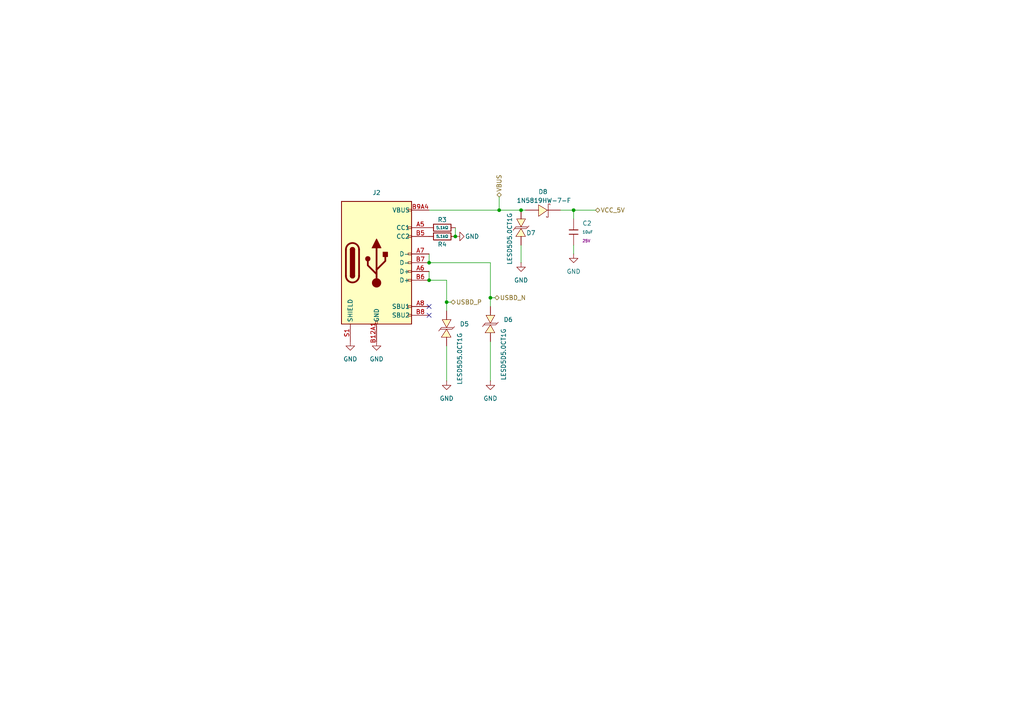
<source format=kicad_sch>
(kicad_sch (version 20250114) (generator "eeschema") (generator_version "9.0")
  (paper "A4")
  (lib_symbols
    (symbol "PCM_JLCPCB-Capacitors:0603,10uF,(2)" (pin_numbers (hide yes)) (pin_names (offset 0))
      (property "Reference" "C" (at 2.032 1.668 0))
      (property "Value" "10uF" (at 2.032 -0.3782 0))
      (property "Voltage Rated" "25V" (at 2.032 -2.0462 0))
      (symbol "0603,10uF,(2)_0_1"
        (polyline (pts (xy -1.27 0.635) (xy 1.27 0.635)) (stroke (width 0.254)))
        (polyline (pts (xy -1.27 -0.635) (xy 1.27 -0.635)) (stroke (width 0.254)))
      )
      (symbol "0603,10uF,(2)_1_1"
        (pin passive line (at 0 3.81 270) (length 3.175) (name "~") (number "1"))
        (pin passive line (at 0 -3.81 90) (length 3.175) (name "~") (number "2"))
      )
    )
    (symbol "PCM_JLCPCB-Extended:Connector, USB-TYPE-C-16P"
      (property "Reference" "J" (at 2.54 2.54 0))
      (symbol "Connector, USB-TYPE-C-16P_0_0"
        (rectangle (start -0.254 -17.78) (end 0.254 -16.764))
        (rectangle (start 10.16 15.494) (end 9.144 14.986))
        (rectangle (start 10.16 10.414) (end 9.144 9.906))
        (rectangle (start 10.16 7.874) (end 9.144 7.366))
        (rectangle (start 10.16 2.794) (end 9.144 2.286))
        (rectangle (start 10.16 0.254) (end 9.144 -0.254))
        (rectangle (start 10.16 -2.286) (end 9.144 -2.794))
        (rectangle (start 10.16 -4.826) (end 9.144 -5.334))
        (rectangle (start 10.16 -12.446) (end 9.144 -12.954))
        (rectangle (start 10.16 -14.986) (end 9.144 -15.494))
      )
      (symbol "Connector, USB-TYPE-C-16P_0_1"
        (rectangle (start -10.16 17.78) (end 10.16 -17.78) (stroke (width 0.254)) (fill (type background)))
        (polyline (pts (xy -8.89 -3.81) (xy -8.89 3.81)) (stroke (width 0.508)))
        (rectangle (start -7.62 -3.81) (end -6.35 3.81) (stroke (width 0.254)) (fill (type outline)))
        (arc (start -7.62 3.81) (mid -6.985 4.4423) (end -6.35 3.81) (stroke (width 0.254)))
        (arc (start -7.62 3.81) (mid -6.985 4.4423) (end -6.35 3.81) (stroke (width 0.254)) (fill (type outline)))
        (arc (start -8.89 3.81) (mid -6.985 5.7067) (end -5.08 3.81) (stroke (width 0.508)))
        (arc (start -5.08 -3.81) (mid -6.985 -5.7067) (end -8.89 -3.81) (stroke (width 0.508)))
        (arc (start -6.35 -3.81) (mid -6.985 -4.4423) (end -7.62 -3.81) (stroke (width 0.254)))
        (arc (start -6.35 -3.81) (mid -6.985 -4.4423) (end -7.62 -3.81) (stroke (width 0.254)) (fill (type outline)))
        (polyline (pts (xy -5.08 3.81) (xy -5.08 -3.81)) (stroke (width 0.508)))
        (circle (center -2.54 1.143) (radius 0.635) (stroke (width 0.254)) (fill (type outline)))
        (polyline (pts (xy -1.27 4.318) (xy 0 6.858) (xy 1.27 4.318) (xy -1.27 4.318)) (stroke (width 0.254)) (fill (type outline)))
        (polyline (pts (xy 0 -2.032) (xy 2.54 0.508) (xy 2.54 1.778)) (stroke (width 0.508)))
        (polyline (pts (xy 0 -3.302) (xy -2.54 -0.762) (xy -2.54 0.508)) (stroke (width 0.508)))
        (polyline (pts (xy 0 -5.842) (xy 0 4.318)) (stroke (width 0.508)))
        (circle (center 0 -5.842) (radius 1.27) (fill (type outline)))
        (rectangle (start 1.905 1.778) (end 3.175 3.048) (stroke (width 0.254)) (fill (type outline)))
      )
      (symbol "Connector, USB-TYPE-C-16P_1_1"
        (pin passive line (at -7.62 -22.86 90) (length 5.08) (name "SHIELD") (number "S1"))
        (pin passive line (at 0 -22.86 90) (length 5.08) (hide yes) (name "GND") (number "A12B1"))
        (pin passive line (at 0 -22.86 90) (length 5.08) (name "GND") (number "B12A1"))
        (pin passive line (at 15.24 15.24 180) (length 5.08) (hide yes) (name "VBUS") (number "A9B4"))
        (pin passive line (at 15.24 15.24 180) (length 5.08) (name "VBUS") (number "B9A4"))
        (pin bidirectional line (at 15.24 10.16 180) (length 5.08) (name "CC1") (number "A5"))
        (pin bidirectional line (at 15.24 7.62 180) (length 5.08) (name "CC2") (number "B5"))
        (pin bidirectional line (at 15.24 2.54 180) (length 5.08) (name "D-") (number "A7"))
        (pin bidirectional line (at 15.24 0 180) (length 5.08) (name "D-") (number "B7"))
        (pin bidirectional line (at 15.24 -2.54 180) (length 5.08) (name "D+") (number "A6"))
        (pin bidirectional line (at 15.24 -5.08 180) (length 5.08) (name "D+") (number "B6"))
        (pin bidirectional line (at 15.24 -12.7 180) (length 5.08) (name "SBU1") (number "A8"))
        (pin bidirectional line (at 15.24 -15.24 180) (length 5.08) (name "SBU2") (number "B8"))
      )
    )
    (symbol "PCM_JLCPCB-Resistors:0402,5.1kΩ" (pin_numbers (hide yes)) (pin_names (offset 0))
      (property "Reference" "R" (at 1.778 0 0))
      (property "Value" "5.1kΩ" (at 0 0 90))
      (symbol "0402,5.1kΩ_0_1"
        (rectangle (start -1.016 2.54) (end 1.016 -2.54) (stroke (width 0.254)))
      )
      (symbol "0402,5.1kΩ_1_1"
        (pin passive line (at 0 3.81 270) (length 1.27) (name "~") (number "1"))
        (pin passive line (at 0 -3.81 90) (length 1.27) (name "~") (number "2"))
      )
    )
    (symbol "lcsc-lib:ESD diode,LESD5D5.0CT1G" (pin_numbers (hide yes)) (pin_names (hide yes))
      (property "Reference" "D" (at 0 5.08 0))
      (property "Value" "LESD5D5.0CT1G" (at 0 -5.08 0))
      (symbol "ESD diode,LESD5D5.0CT1G_0_1"
        (polyline (pts (xy -2.54 1.52) (xy -0.25 0) (xy -2.54 -1.27) (xy -2.54 1.52)) (fill (type background)))
        (polyline (pts (xy -0.76 2.29) (xy -0.76 2.29) (xy 0.25 1.52) (xy 0.25 -1.52) (xy 0.25 -1.52) (xy 0.25 -1.78)))
        (polyline (pts (xy 0.25 -2.03) (xy 0.51 -2.29) (xy -0.25 -1.52) (xy -0.25 1.52) (xy -0.25 1.52) (xy -0.25 1.78)))
        (polyline (pts (xy 2.54 -1.27) (xy 0.25 0) (xy 2.54 1.27) (xy 2.54 -1.27)) (fill (type background)))
        (pin unspecified line (at -5.08 0 0) (length 2.54) (name "1") (number "1"))
        (pin unspecified line (at 5.08 0 180) (length 2.54) (name "2") (number "2"))
      )
    )
    (symbol "lcsc-lib:Schottky diode,1N5819HW-7-F" (pin_numbers (hide yes)) (pin_names (hide yes))
      (property "Reference" "D" (at 0 5.08 0))
      (property "Value" "1N5819HW-7-F" (at 0 -5.08 0))
      (symbol "Schottky diode,1N5819HW-7-F_0_1"
        (polyline (pts (xy -2.03 -1.52) (xy -2.03 -1.78) (xy -1.52 -1.78) (xy -1.52 2.03) (xy -1.02 2.03) (xy -1.02 1.78)))
        (polyline (pts (xy 1.27 -1.52) (xy -1.27 0) (xy 1.27 1.78) (xy 1.27 -1.52)) (fill (type background)))
        (pin unspecified line (at -5.08 0 0) (length 3.81) (name "K") (number "1"))
        (pin unspecified line (at 5.08 0 180) (length 3.81) (name "A") (number "2"))
      )
    )
    (symbol "power:GND" (power) (pin_numbers (hide yes)) (pin_names (offset 0) (hide yes))
      (property "Value" "GND" (at 0 -3.81 0))
      (symbol "GND_0_1"
        (polyline (pts (xy 0 0) (xy 0 -1.27) (xy 1.27 -1.27) (xy 0 -2.54) (xy -1.27 -1.27) (xy 0 -1.27)))
      )
      (symbol "GND_1_1"
        (pin power_in line (at 0 0 270) (length 0) (name "~") (number "1"))
      )
    )
  )
  (junction (at 142.24 86.36))
  (junction (at 144.78 60.96))
  (junction (at 124.46 76.2))
  (junction (at 124.46 81.28))
  (junction (at 132.08 68.58))
  (junction (at 129.54 87.63))
  (junction (at 166.37 60.96))
  (junction (at 151.13 60.96))
  (no_connect (at 124.46 88.9))
  (no_connect (at 124.46 91.44))
  (wire (pts (xy 143.51 86.36) (xy 142.24 86.36)))
  (wire (pts (xy 132.08 66.04) (xy 132.08 68.58)))
  (wire (pts (xy 124.46 76.2) (xy 142.24 76.2)))
  (wire (pts (xy 124.46 78.74) (xy 124.46 81.28)))
  (wire (pts (xy 142.24 76.2) (xy 142.24 86.36)))
  (wire (pts (xy 144.78 60.96) (xy 151.13 60.96)))
  (wire (pts (xy 124.46 73.66) (xy 124.46 76.2)))
  (wire (pts (xy 144.78 57.15) (xy 144.78 60.96)))
  (wire (pts (xy 142.24 86.36) (xy 142.24 88.9)))
  (wire (pts (xy 151.13 71.12) (xy 151.13 76.2)))
  (wire (pts (xy 151.13 60.96) (xy 152.4 60.96)))
  (wire (pts (xy 172.72 60.96) (xy 166.37 60.96)))
  (wire (pts (xy 166.37 60.96) (xy 166.37 63.5)))
  (wire (pts (xy 162.56 60.96) (xy 166.37 60.96)))
  (wire (pts (xy 129.54 81.28) (xy 124.46 81.28)))
  (wire (pts (xy 129.54 110.49) (xy 129.54 100.33)))
  (wire (pts (xy 142.24 110.49) (xy 142.24 99.06)))
  (wire (pts (xy 166.37 73.66) (xy 166.37 71.12)))
  (wire (pts (xy 129.54 87.63) (xy 129.54 81.28)))
  (wire (pts (xy 129.54 90.17) (xy 129.54 87.63)))
  (wire (pts (xy 124.46 60.96) (xy 144.78 60.96)))
  (wire (pts (xy 130.81 87.63) (xy 129.54 87.63)))
  (hierarchical_label "VBUS" (shape bidirectional) (at 144.78 57.15 90))
  (hierarchical_label "USBD_N" (shape bidirectional) (at 143.51 86.36 0))
  (hierarchical_label "VCC_5V" (shape bidirectional) (at 172.72 60.96 0))
  (hierarchical_label "USBD_P" (shape bidirectional) (at 130.81 87.63 0))
  (symbol (lib_id "power:GND") (at 132.08 68.58 90) (unit 1)
    (property "Reference" "#PWR03" (effects (hide yes)))
    (property "Value" "GND" (at 134.874 68.58 90) (effects (justify right)))
    (property "Description" "Power symbol creates a global label with name \"GND\" , ground" (effects (hide yes)))
    (instances (project "badge-esp32-s3" (path "" (reference "#PWR011") (unit 1)) (path "" (reference "#PWR03") (unit 1))))
  )
  (symbol (lib_id "PCM_JLCPCB-Extended:Connector, USB-TYPE-C-16P") (at 109.22 76.2 0) (unit 1)
    (property "Reference" "J1" (at 109.22 55.88 0))
    (property "Value" "Connector, USB-TYPE-C-16P" (effects (hide yes)))
    (property "Footprint" "PCM_JLCPCB:TYPE-C-SMD_HX-TYPE-C-16PIN" (effects (hide yes)))
    (property "Datasheet" "https://atta.szlcsc.com/upload/public/pdf/source/20220920/0EF8F885FCCEA71F60E9E85152155021.pdf" (effects (hide yes)))
    (property "Description" "3A 1 Horizontal attachment 16P Female -25℃~+85℃ Type-C SMD USB Connectors ROHS" (effects (hide yes)))
    (property "LCSC" "C2927039" (effects (hide yes)))
    (instances (project "badge-esp32-s3" (path "" (reference "J2") (unit 1)) (path "" (reference "J1") (unit 1))))
  )
  (symbol (lib_id "lcsc-lib:ESD diode,LESD5D5.0CT1G") (at 151.13 66.04 90) (unit 1)
    (property "Reference" "D2" (at 152.654 67.564 90) (effects (justify right)))
    (property "Value" "LESD5D5.0CT1G" (at 147.828 61.722 0) (effects (justify right)))
    (property "Footprint" "lcsc-lib:SOD-523_L1.2-W0.8-LS1.6-BI" (effects (hide yes)))
    (property "LCSC Part" "C5199850" (effects (hide yes)))
    (instances (project "badge-esp32-s3" (path "" (reference "D7") (unit 1)) (path "" (reference "D2") (unit 1))))
  )
  (symbol (lib_id "power:GND") (at 129.54 110.49 0) (unit 1)
    (property "Reference" "#PWR07" (effects (hide yes)))
    (property "Value" "GND" (at 129.54 115.57 0))
    (property "Description" "Power symbol creates a global label with name \"GND\" , ground" (effects (hide yes)))
    (instances (project "badge-esp32-s3" (path "" (reference "#PWR010") (unit 1)) (path "" (reference "#PWR07") (unit 1))))
  )
  (symbol (lib_id "power:GND") (at 109.22 99.06 0) (unit 1)
    (property "Reference" "#PWR02" (effects (hide yes)))
    (property "Value" "GND" (at 109.22 104.14 0))
    (property "Description" "Power symbol creates a global label with name \"GND\" , ground" (effects (hide yes)))
    (instances (project "badge-esp32-s3" (path "" (reference "#PWR09") (unit 1)) (path "" (reference "#PWR02") (unit 1))))
  )
  (symbol (lib_id "lcsc-lib:ESD diode,LESD5D5.0CT1G") (at 142.24 93.98 90) (unit 1)
    (property "Reference" "D4" (at 146.05 92.7099 90) (effects (justify right)))
    (property "Value" "LESD5D5.0CT1G" (at 146.05 95.2499 0) (effects (justify right)))
    (property "Footprint" "lcsc-lib:SOD-523_L1.2-W0.8-LS1.6-BI" (effects (hide yes)))
    (property "LCSC Part" "C5199850" (effects (hide yes)))
    (instances (project "badge-esp32-s3" (path "" (reference "D6") (unit 1)) (path "" (reference "D4") (unit 1))))
  )
  (symbol (lib_id "PCM_JLCPCB-Resistors:0402,5.1kΩ") (at 128.27 68.58 90) (unit 1)
    (property "Reference" "R2" (at 128.27 70.866 90))
    (property "Value" "5.1kΩ" (at 128.27 68.58 90) (effects (font (size 0.8 0.8))))
    (property "Footprint" "PCM_JLCPCB:R_0402" (effects (hide yes)))
    (property "Datasheet" "https://www.lcsc.com/datasheet/lcsc_datasheet_2206010045_UNI-ROYAL-Uniroyal-Elec-0402WGF5101TCE_C25905.pdf" (effects (hide yes)))
    (property "Description" "62.5mW Thick Film Resistors 50V ±100ppm/°C ±1% 5.1kΩ 0402 Chip Resistor - Surface Mount ROHS" (effects (hide yes)))
    (property "LCSC" "C25905" (effects (hide yes)))
    (property "Stock" "2957737" (effects (hide yes)))
    (property "Price" "0.004USD" (effects (hide yes)))
    (property "Process" "SMT" (effects (hide yes)))
    (property "Minimum Qty" "20" (effects (hide yes)))
    (property "Attrition Qty" "10" (effects (hide yes)))
    (property "Class" "Basic Component" (effects (hide yes)))
    (property "Category" "Resistors,Chip Resistor - Surface Mount" (effects (hide yes)))
    (property "Manufacturer" "UNI-ROYAL(Uniroyal Elec)" (effects (hide yes)))
    (property "Part" "0402WGF5101TCE" (effects (hide yes)))
    (property "Resistance" "5.1kΩ" (effects (hide yes)))
    (property "Power(Watts)" "62.5mW" (effects (hide yes)))
    (property "Type" "Thick Film Resistors" (effects (hide yes)))
    (property "Overload Voltage (Max)" "50V" (effects (hide yes)))
    (property "Operating Temperature Range" "-55°C~+155°C" (effects (hide yes)))
    (property "Tolerance" "±1%" (effects (hide yes)))
    (property "Temperature Coefficient" "±100ppm/°C" (effects (hide yes)))
    (instances (project "badge-esp32-s3" (path "" (reference "R4") (unit 1)) (path "" (reference "R2") (unit 1))))
  )
  (symbol (lib_id "power:GND") (at 151.13 76.2 0) (unit 1)
    (property "Reference" "#PWR04" (effects (hide yes)))
    (property "Value" "GND" (at 151.13 81.28 0))
    (property "Description" "Power symbol creates a global label with name \"GND\" , ground" (effects (hide yes)))
    (instances (project "badge-esp32-s3" (path "" (reference "#PWR013") (unit 1)) (path "" (reference "#PWR04") (unit 1))))
  )
  (symbol (lib_id "power:GND") (at 142.24 110.49 0) (unit 1)
    (property "Reference" "#PWR06" (effects (hide yes)))
    (property "Value" "GND" (at 142.24 115.57 0))
    (property "Description" "Power symbol creates a global label with name \"GND\" , ground" (effects (hide yes)))
    (instances (project "badge-esp32-s3" (path "" (reference "#PWR012") (unit 1)) (path "" (reference "#PWR06") (unit 1))))
  )
  (symbol (lib_id "lcsc-lib:ESD diode,LESD5D5.0CT1G") (at 129.54 95.25 90) (unit 1)
    (property "Reference" "D3" (at 133.35 93.9799 90) (effects (justify right)))
    (property "Value" "LESD5D5.0CT1G" (at 133.35 96.5199 0) (effects (justify right)))
    (property "Footprint" "lcsc-lib:SOD-523_L1.2-W0.8-LS1.6-BI" (effects (hide yes)))
    (property "LCSC Part" "C5199850" (effects (hide yes)))
    (instances (project "badge-esp32-s3" (path "" (reference "D5") (unit 1)) (path "" (reference "D3") (unit 1))))
  )
  (symbol (lib_id "lcsc-lib:Schottky diode,1N5819HW-7-F") (at 157.48 60.96 180) (unit 1)
    (property "Reference" "D1" (at 157.48 55.626 0))
    (property "Value" "1N5819HW-7-F" (at 157.734 58.166 0))
    (property "Footprint" "lcsc-lib:SOD-123_L2.7-W1.6-LS3.7-RD" (effects (hide yes)))
    (property "Datasheet" "https://lcsc.com/product-detail/Schottky-Barrier-Diodes-SBD_DIODES_1N5819HW-7-F_1N5819HW-7-F_C82544.html" (effects (hide yes)))
    (property "LCSC Part" "C82544" (effects (hide yes)))
    (instances (project "badge-esp32-s3" (path "" (reference "D8") (unit 1)) (path "" (reference "D1") (unit 1))))
  )
  (symbol (lib_id "PCM_JLCPCB-Resistors:0402,5.1kΩ") (at 128.27 66.04 90) (unit 1)
    (property "Reference" "R1" (at 128.27 63.754 90))
    (property "Value" "5.1kΩ" (at 128.27 66.04 90) (effects (font (size 0.8 0.8))))
    (property "Footprint" "PCM_JLCPCB:R_0402" (effects (hide yes)))
    (property "Datasheet" "https://www.lcsc.com/datasheet/lcsc_datasheet_2206010045_UNI-ROYAL-Uniroyal-Elec-0402WGF5101TCE_C25905.pdf" (effects (hide yes)))
    (property "Description" "62.5mW Thick Film Resistors 50V ±100ppm/°C ±1% 5.1kΩ 0402 Chip Resistor - Surface Mount ROHS" (effects (hide yes)))
    (property "LCSC" "C25905" (effects (hide yes)))
    (property "Stock" "2957737" (effects (hide yes)))
    (property "Price" "0.004USD" (effects (hide yes)))
    (property "Process" "SMT" (effects (hide yes)))
    (property "Minimum Qty" "20" (effects (hide yes)))
    (property "Attrition Qty" "10" (effects (hide yes)))
    (property "Class" "Basic Component" (effects (hide yes)))
    (property "Category" "Resistors,Chip Resistor - Surface Mount" (effects (hide yes)))
    (property "Manufacturer" "UNI-ROYAL(Uniroyal Elec)" (effects (hide yes)))
    (property "Part" "0402WGF5101TCE" (effects (hide yes)))
    (property "Resistance" "5.1kΩ" (effects (hide yes)))
    (property "Power(Watts)" "62.5mW" (effects (hide yes)))
    (property "Type" "Thick Film Resistors" (effects (hide yes)))
    (property "Overload Voltage (Max)" "50V" (effects (hide yes)))
    (property "Operating Temperature Range" "-55°C~+155°C" (effects (hide yes)))
    (property "Tolerance" "±1%" (effects (hide yes)))
    (property "Temperature Coefficient" "±100ppm/°C" (effects (hide yes)))
    (instances (project "badge-esp32-s3" (path "" (reference "R3") (unit 1)) (path "" (reference "R1") (unit 1))))
  )
  (symbol (lib_id "PCM_JLCPCB-Capacitors:0603,10uF,(2)") (at 166.37 67.31 0) (unit 1)
    (property "Reference" "C1" (at 168.91 64.7699 0) (effects (justify left)))
    (property "Value" "10uF" (at 168.91 67.31 0) (effects (font (size 0.8 0.8)) (justify left)))
    (property "Footprint" "PCM_JLCPCB:C_0603" (effects (hide yes)))
    (property "Datasheet" "https://www.lcsc.com/datasheet/lcsc_datasheet_2304140030_Samsung-Electro-Mechanics-CL10A106MA8NRNC_C96446.pdf" (effects (hide yes)))
    (property "Description" "25V 10uF X5R ±20% 0603 Multilayer Ceramic Capacitors MLCC - SMD/SMT ROHS" (effects (hide yes)))
    (property "LCSC" "C96446" (effects (hide yes)))
    (property "Stock" "2869455" (effects (hide yes)))
    (property "Price" "0.021USD" (effects (hide yes)))
    (property "Process" "SMT" (effects (hide yes)))
    (property "Minimum Qty" "20" (effects (hide yes)))
    (property "Attrition Qty" "8" (effects (hide yes)))
    (property "Class" "Basic Component" (effects (hide yes)))
    (property "Category" "Capacitors,Multilayer Ceramic Capacitors MLCC - SMD/SMT" (effects (hide yes)))
    (property "Manufacturer" "Samsung Electro-Mechanics" (effects (hide yes)))
    (property "Part" "CL10A106MA8NRNC" (effects (hide yes)))
    (property "Voltage Rated" "25V" (at 168.91 69.85 0) (effects (font (size 0.8 0.8)) (justify left)))
    (property "Tolerance" "±20%" (effects (hide yes)))
    (property "Capacitance" "10uF" (effects (hide yes)))
    (property "Temperature Coefficient" "X5R" (effects (hide yes)))
    (instances (project "badge-esp32-s3" (path "" (reference "C2") (unit 1)) (path "" (reference "C1") (unit 1))))
  )
  (symbol (lib_id "power:GND") (at 101.6 99.06 0) (unit 1)
    (property "Reference" "#PWR01" (effects (hide yes)))
    (property "Value" "GND" (at 101.6 104.14 0))
    (property "Description" "Power symbol creates a global label with name \"GND\" , ground" (effects (hide yes)))
    (instances (project "badge-esp32-s3" (path "" (reference "#PWR08") (unit 1)) (path "" (reference "#PWR01") (unit 1))))
  )
  (symbol (lib_id "power:GND") (at 166.37 73.66 0) (unit 1)
    (property "Reference" "#PWR05" (effects (hide yes)))
    (property "Value" "GND" (at 166.37 78.74 0))
    (property "Description" "Power symbol creates a global label with name \"GND\" , ground" (effects (hide yes)))
    (instances (project "badge-esp32-s3" (path "" (reference "#PWR014") (unit 1)) (path "" (reference "#PWR05") (unit 1))))
  )
)
</source>
